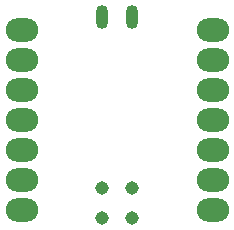
<source format=gbr>
%TF.GenerationSoftware,KiCad,Pcbnew,(5.1.6-0-10_14)*%
%TF.CreationDate,2021-03-26T09:45:15+01:00*%
%TF.ProjectId,KBPY,4b425059-2e6b-4696-9361-645f70636258,rev?*%
%TF.SameCoordinates,Original*%
%TF.FileFunction,Paste,Top*%
%TF.FilePolarity,Positive*%
%FSLAX46Y46*%
G04 Gerber Fmt 4.6, Leading zero omitted, Abs format (unit mm)*
G04 Created by KiCad (PCBNEW (5.1.6-0-10_14)) date 2021-03-26 09:45:15*
%MOMM*%
%LPD*%
G01*
G04 APERTURE LIST*
%ADD10C,1.143000*%
%ADD11O,1.016000X2.032000*%
%ADD12O,2.748280X1.998980*%
G04 APERTURE END LIST*
D10*
%TO.C,U1*%
X123511197Y-119984187D03*
X126051197Y-119984187D03*
X123511197Y-122524187D03*
X126051197Y-122524187D03*
D11*
X123500000Y-105520000D03*
X126050000Y-105520000D03*
D12*
X132916880Y-121837820D03*
X132916880Y-119297820D03*
X132916880Y-116757820D03*
X132916880Y-114217820D03*
X132916880Y-111677820D03*
X132916880Y-109137820D03*
X132916880Y-106597820D03*
X116752320Y-106597820D03*
X116752320Y-109137820D03*
X116752320Y-111677820D03*
X116752320Y-114217820D03*
X116752320Y-116757820D03*
X116752320Y-119297820D03*
X116752320Y-121837820D03*
%TD*%
M02*

</source>
